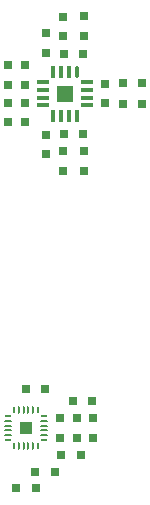
<source format=gtp>
G04*
G04 #@! TF.GenerationSoftware,Altium Limited,Altium Designer,22.1.2 (22)*
G04*
G04 Layer_Color=8421504*
%FSAX44Y44*%
%MOMM*%
G71*
G04*
G04 #@! TF.SameCoordinates,AEE1FB78-7808-4CFB-96B9-68BC2BEC934A*
G04*
G04*
G04 #@! TF.FilePolarity,Positive*
G04*
G01*
G75*
%ADD14O,0.6000X0.2000*%
%ADD15O,0.2000X0.6000*%
G04:AMPARAMS|DCode=16|XSize=0.64mm|YSize=0.2mm|CornerRadius=0.05mm|HoleSize=0mm|Usage=FLASHONLY|Rotation=0.000|XOffset=0mm|YOffset=0mm|HoleType=Round|Shape=RoundedRectangle|*
%AMROUNDEDRECTD16*
21,1,0.6400,0.1000,0,0,0.0*
21,1,0.5400,0.2000,0,0,0.0*
1,1,0.1000,0.2700,-0.0500*
1,1,0.1000,-0.2700,-0.0500*
1,1,0.1000,-0.2700,0.0500*
1,1,0.1000,0.2700,0.0500*
%
%ADD16ROUNDEDRECTD16*%
G04:AMPARAMS|DCode=17|XSize=0.2mm|YSize=0.64mm|CornerRadius=0.05mm|HoleSize=0mm|Usage=FLASHONLY|Rotation=0.000|XOffset=0mm|YOffset=0mm|HoleType=Round|Shape=RoundedRectangle|*
%AMROUNDEDRECTD17*
21,1,0.2000,0.5400,0,0,0.0*
21,1,0.1000,0.6400,0,0,0.0*
1,1,0.1000,0.0500,-0.2700*
1,1,0.1000,-0.0500,-0.2700*
1,1,0.1000,-0.0500,0.2700*
1,1,0.1000,0.0500,0.2700*
%
%ADD17ROUNDEDRECTD17*%
%ADD18R,0.8000X0.8000*%
%ADD19R,0.8000X0.8000*%
%ADD20R,0.9900X0.3400*%
G04:AMPARAMS|DCode=21|XSize=0.99mm|YSize=0.34mm|CornerRadius=0.085mm|HoleSize=0mm|Usage=FLASHONLY|Rotation=270.000|XOffset=0mm|YOffset=0mm|HoleType=Round|Shape=RoundedRectangle|*
%AMROUNDEDRECTD21*
21,1,0.9900,0.1700,0,0,270.0*
21,1,0.8200,0.3400,0,0,270.0*
1,1,0.1700,-0.0850,-0.4100*
1,1,0.1700,-0.0850,0.4100*
1,1,0.1700,0.0850,0.4100*
1,1,0.1700,0.0850,-0.4100*
%
%ADD21ROUNDEDRECTD21*%
%ADD22R,0.3400X0.9900*%
G36*
X00521376Y00298130D02*
X00510624D01*
Y00307870D01*
X00521376D01*
Y00298130D01*
D02*
G37*
G36*
X00542200Y00579200D02*
Y00592800D01*
X00555800D01*
Y00579200D01*
X00542200D01*
D02*
G37*
D14*
X00500800Y00293000D02*
D03*
X00531200D02*
D03*
Y00313000D02*
D03*
X00500800D02*
D03*
D15*
X00506000Y00287800D02*
D03*
X00526000D02*
D03*
Y00318200D02*
D03*
X00506000D02*
D03*
D16*
X00500800Y00301000D02*
D03*
Y00309000D02*
D03*
Y00305000D02*
D03*
Y00297000D02*
D03*
X00531200D02*
D03*
Y00301000D02*
D03*
Y00305000D02*
D03*
Y00309000D02*
D03*
D17*
X00510000Y00287800D02*
D03*
X00514000D02*
D03*
X00518000D02*
D03*
X00522000D02*
D03*
Y00318200D02*
D03*
X00518000D02*
D03*
X00514000D02*
D03*
X00510000D02*
D03*
D18*
X00565000Y00651500D02*
D03*
Y00635000D02*
D03*
X00547000Y00651250D02*
D03*
Y00634750D02*
D03*
X00533000Y00637250D02*
D03*
Y00620750D02*
D03*
X00515000Y00593750D02*
D03*
Y00610250D02*
D03*
X00501000Y00593750D02*
D03*
Y00610250D02*
D03*
X00515000Y00578250D02*
D03*
Y00561750D02*
D03*
X00501000Y00578250D02*
D03*
Y00561750D02*
D03*
X00583000Y00577750D02*
D03*
Y00594250D02*
D03*
X00533000Y00551250D02*
D03*
Y00534750D02*
D03*
X00547000Y00520750D02*
D03*
Y00537250D02*
D03*
X00565000Y00520750D02*
D03*
Y00537250D02*
D03*
X00573000Y00294750D02*
D03*
Y00311250D02*
D03*
X00559000D02*
D03*
Y00294750D02*
D03*
X00545000Y00311250D02*
D03*
Y00294750D02*
D03*
D19*
X00564250Y00620000D02*
D03*
X00547750D02*
D03*
X00614250Y00595000D02*
D03*
X00597750D02*
D03*
X00614250Y00577000D02*
D03*
X00597750D02*
D03*
X00547750Y00552000D02*
D03*
X00564250Y00552000D02*
D03*
X00524250Y00252000D02*
D03*
X00507750D02*
D03*
X00540250Y00266000D02*
D03*
X00523750D02*
D03*
X00562250Y00280000D02*
D03*
X00545750D02*
D03*
X00555750Y00326000D02*
D03*
X00572250D02*
D03*
X00532250Y00336000D02*
D03*
X00515750D02*
D03*
D20*
X00530400Y00595750D02*
D03*
Y00589250D02*
D03*
Y00582750D02*
D03*
Y00576250D02*
D03*
X00567600D02*
D03*
Y00582750D02*
D03*
Y00589250D02*
D03*
Y00595750D02*
D03*
D21*
X00558750Y00604600D02*
D03*
D22*
X00552250D02*
D03*
X00545750D02*
D03*
X00539250D02*
D03*
Y00567400D02*
D03*
X00545750D02*
D03*
X00552250D02*
D03*
X00558750D02*
D03*
M02*

</source>
